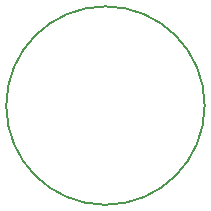
<source format=gbr>
%TF.GenerationSoftware,KiCad,Pcbnew,9.0.7+1*%
%TF.CreationDate,2026-02-20T14:40:58+00:00*%
%TF.ProjectId,ZSWatch-Extension,5a535761-7463-4682-9d45-7874656e7369,+ (Unreleased)*%
%TF.SameCoordinates,Original*%
%TF.FileFunction,Profile,NP*%
%FSLAX46Y46*%
G04 Gerber Fmt 4.6, Leading zero omitted, Abs format (unit mm)*
G04 Created by KiCad (PCBNEW 9.0.7+1) date 2026-02-20 14:40:58*
%MOMM*%
%LPD*%
G01*
G04 APERTURE LIST*
%TA.AperFunction,Profile*%
%ADD10C,0.200000*%
%TD*%
G04 APERTURE END LIST*
D10*
X213400000Y-150000000D02*
G75*
G02*
X196600000Y-150000000I-8400000J0D01*
G01*
X196600000Y-150000000D02*
G75*
G02*
X213400000Y-150000000I8400000J0D01*
G01*
M02*

</source>
